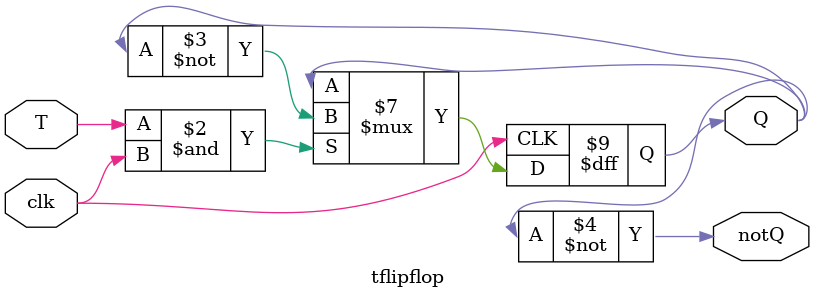
<source format=v>
module tflipflop(
    input T, clk,
    output reg Q, 
    output notQ
    );
    
    initial begin 
        Q <= 0;
    end
    
    always @ (posedge clk) begin
        if (T & clk)
            Q = ~Q;
    end
    
    assign notQ = ~Q;
    
endmodule

</source>
